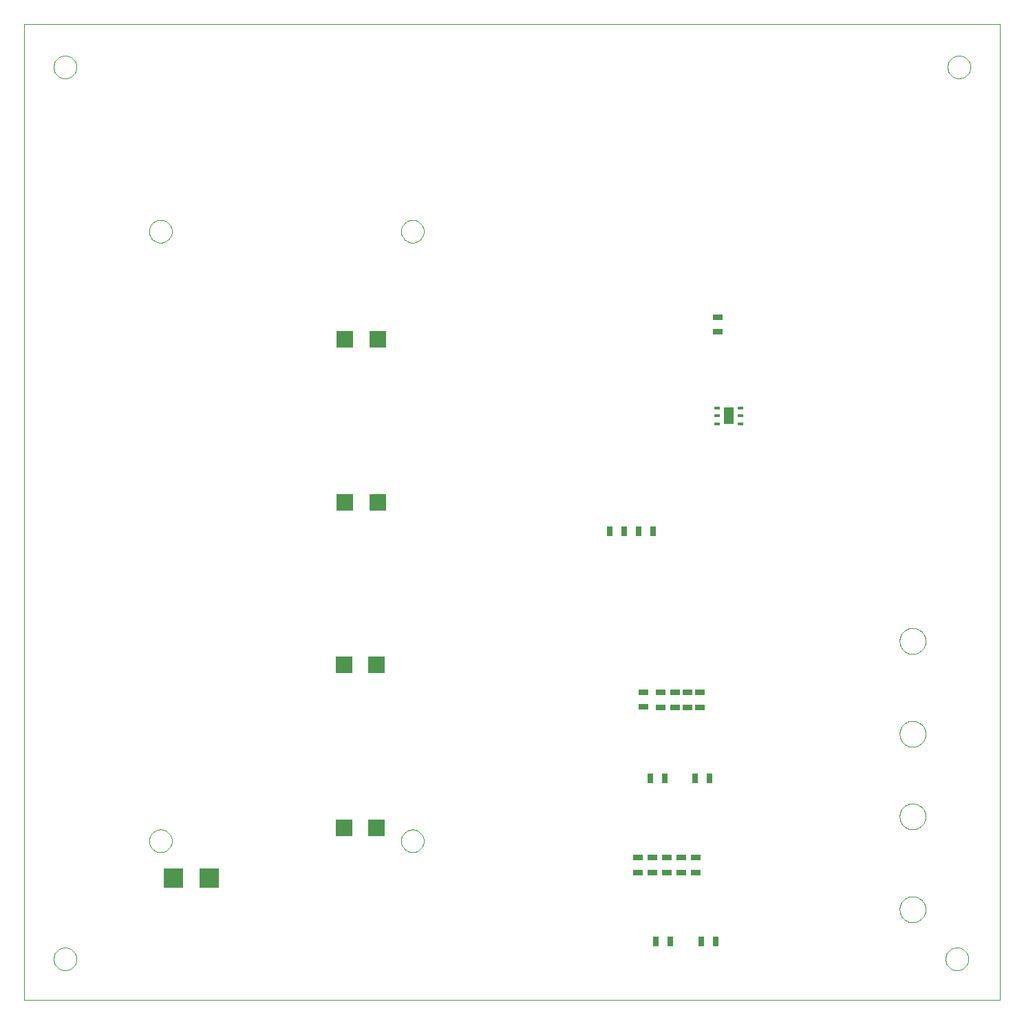
<source format=gbp>
G75*
G70*
%OFA0B0*%
%FSLAX24Y24*%
%IPPOS*%
%LPD*%
%AMOC8*
5,1,8,0,0,1.08239X$1,22.5*
%
%ADD10C,0.0000*%
%ADD11R,0.0315X0.0472*%
%ADD12R,0.0472X0.0827*%
%ADD13R,0.0315X0.0157*%
%ADD14R,0.0472X0.0315*%
%ADD15R,0.0787X0.0787*%
%ADD16R,0.0945X0.0945*%
D10*
X000110Y000170D02*
X000110Y047414D01*
X047354Y047414D01*
X047354Y000170D01*
X000110Y000170D01*
X001529Y002140D02*
X001531Y002187D01*
X001537Y002233D01*
X001547Y002279D01*
X001560Y002324D01*
X001578Y002367D01*
X001599Y002409D01*
X001623Y002449D01*
X001651Y002486D01*
X001682Y002521D01*
X001716Y002554D01*
X001752Y002583D01*
X001791Y002609D01*
X001832Y002632D01*
X001875Y002651D01*
X001919Y002667D01*
X001964Y002679D01*
X002010Y002687D01*
X002057Y002691D01*
X002103Y002691D01*
X002150Y002687D01*
X002196Y002679D01*
X002241Y002667D01*
X002285Y002651D01*
X002328Y002632D01*
X002369Y002609D01*
X002408Y002583D01*
X002444Y002554D01*
X002478Y002521D01*
X002509Y002486D01*
X002537Y002449D01*
X002561Y002409D01*
X002582Y002367D01*
X002600Y002324D01*
X002613Y002279D01*
X002623Y002233D01*
X002629Y002187D01*
X002631Y002140D01*
X002629Y002093D01*
X002623Y002047D01*
X002613Y002001D01*
X002600Y001956D01*
X002582Y001913D01*
X002561Y001871D01*
X002537Y001831D01*
X002509Y001794D01*
X002478Y001759D01*
X002444Y001726D01*
X002408Y001697D01*
X002369Y001671D01*
X002328Y001648D01*
X002285Y001629D01*
X002241Y001613D01*
X002196Y001601D01*
X002150Y001593D01*
X002103Y001589D01*
X002057Y001589D01*
X002010Y001593D01*
X001964Y001601D01*
X001919Y001613D01*
X001875Y001629D01*
X001832Y001648D01*
X001791Y001671D01*
X001752Y001697D01*
X001716Y001726D01*
X001682Y001759D01*
X001651Y001794D01*
X001623Y001831D01*
X001599Y001871D01*
X001578Y001913D01*
X001560Y001956D01*
X001547Y002001D01*
X001537Y002047D01*
X001531Y002093D01*
X001529Y002140D01*
X006154Y007857D02*
X006156Y007904D01*
X006162Y007950D01*
X006172Y007996D01*
X006185Y008041D01*
X006203Y008084D01*
X006224Y008126D01*
X006248Y008166D01*
X006276Y008203D01*
X006307Y008238D01*
X006341Y008271D01*
X006377Y008300D01*
X006416Y008326D01*
X006457Y008349D01*
X006500Y008368D01*
X006544Y008384D01*
X006589Y008396D01*
X006635Y008404D01*
X006682Y008408D01*
X006728Y008408D01*
X006775Y008404D01*
X006821Y008396D01*
X006866Y008384D01*
X006910Y008368D01*
X006953Y008349D01*
X006994Y008326D01*
X007033Y008300D01*
X007069Y008271D01*
X007103Y008238D01*
X007134Y008203D01*
X007162Y008166D01*
X007186Y008126D01*
X007207Y008084D01*
X007225Y008041D01*
X007238Y007996D01*
X007248Y007950D01*
X007254Y007904D01*
X007256Y007857D01*
X007254Y007810D01*
X007248Y007764D01*
X007238Y007718D01*
X007225Y007673D01*
X007207Y007630D01*
X007186Y007588D01*
X007162Y007548D01*
X007134Y007511D01*
X007103Y007476D01*
X007069Y007443D01*
X007033Y007414D01*
X006994Y007388D01*
X006953Y007365D01*
X006910Y007346D01*
X006866Y007330D01*
X006821Y007318D01*
X006775Y007310D01*
X006728Y007306D01*
X006682Y007306D01*
X006635Y007310D01*
X006589Y007318D01*
X006544Y007330D01*
X006500Y007346D01*
X006457Y007365D01*
X006416Y007388D01*
X006377Y007414D01*
X006341Y007443D01*
X006307Y007476D01*
X006276Y007511D01*
X006248Y007548D01*
X006224Y007588D01*
X006203Y007630D01*
X006185Y007673D01*
X006172Y007718D01*
X006162Y007764D01*
X006156Y007810D01*
X006154Y007857D01*
X018358Y007857D02*
X018360Y007904D01*
X018366Y007950D01*
X018376Y007996D01*
X018389Y008041D01*
X018407Y008084D01*
X018428Y008126D01*
X018452Y008166D01*
X018480Y008203D01*
X018511Y008238D01*
X018545Y008271D01*
X018581Y008300D01*
X018620Y008326D01*
X018661Y008349D01*
X018704Y008368D01*
X018748Y008384D01*
X018793Y008396D01*
X018839Y008404D01*
X018886Y008408D01*
X018932Y008408D01*
X018979Y008404D01*
X019025Y008396D01*
X019070Y008384D01*
X019114Y008368D01*
X019157Y008349D01*
X019198Y008326D01*
X019237Y008300D01*
X019273Y008271D01*
X019307Y008238D01*
X019338Y008203D01*
X019366Y008166D01*
X019390Y008126D01*
X019411Y008084D01*
X019429Y008041D01*
X019442Y007996D01*
X019452Y007950D01*
X019458Y007904D01*
X019460Y007857D01*
X019458Y007810D01*
X019452Y007764D01*
X019442Y007718D01*
X019429Y007673D01*
X019411Y007630D01*
X019390Y007588D01*
X019366Y007548D01*
X019338Y007511D01*
X019307Y007476D01*
X019273Y007443D01*
X019237Y007414D01*
X019198Y007388D01*
X019157Y007365D01*
X019114Y007346D01*
X019070Y007330D01*
X019025Y007318D01*
X018979Y007310D01*
X018932Y007306D01*
X018886Y007306D01*
X018839Y007310D01*
X018793Y007318D01*
X018748Y007330D01*
X018704Y007346D01*
X018661Y007365D01*
X018620Y007388D01*
X018581Y007414D01*
X018545Y007443D01*
X018511Y007476D01*
X018480Y007511D01*
X018452Y007548D01*
X018428Y007588D01*
X018407Y007630D01*
X018389Y007673D01*
X018376Y007718D01*
X018366Y007764D01*
X018360Y007810D01*
X018358Y007857D01*
X042505Y009039D02*
X042507Y009089D01*
X042513Y009139D01*
X042523Y009188D01*
X042537Y009236D01*
X042554Y009283D01*
X042575Y009328D01*
X042600Y009372D01*
X042628Y009413D01*
X042660Y009452D01*
X042694Y009489D01*
X042731Y009523D01*
X042771Y009553D01*
X042813Y009580D01*
X042857Y009604D01*
X042903Y009625D01*
X042950Y009641D01*
X042998Y009654D01*
X043048Y009663D01*
X043097Y009668D01*
X043148Y009669D01*
X043198Y009666D01*
X043247Y009659D01*
X043296Y009648D01*
X043344Y009633D01*
X043390Y009615D01*
X043435Y009593D01*
X043478Y009567D01*
X043519Y009538D01*
X043558Y009506D01*
X043594Y009471D01*
X043626Y009433D01*
X043656Y009393D01*
X043683Y009350D01*
X043706Y009306D01*
X043725Y009260D01*
X043741Y009212D01*
X043753Y009163D01*
X043761Y009114D01*
X043765Y009064D01*
X043765Y009014D01*
X043761Y008964D01*
X043753Y008915D01*
X043741Y008866D01*
X043725Y008818D01*
X043706Y008772D01*
X043683Y008728D01*
X043656Y008685D01*
X043626Y008645D01*
X043594Y008607D01*
X043558Y008572D01*
X043519Y008540D01*
X043478Y008511D01*
X043435Y008485D01*
X043390Y008463D01*
X043344Y008445D01*
X043296Y008430D01*
X043247Y008419D01*
X043198Y008412D01*
X043148Y008409D01*
X043097Y008410D01*
X043048Y008415D01*
X042998Y008424D01*
X042950Y008437D01*
X042903Y008453D01*
X042857Y008474D01*
X042813Y008498D01*
X042771Y008525D01*
X042731Y008555D01*
X042694Y008589D01*
X042660Y008626D01*
X042628Y008665D01*
X042600Y008706D01*
X042575Y008750D01*
X042554Y008795D01*
X042537Y008842D01*
X042523Y008890D01*
X042513Y008939D01*
X042507Y008989D01*
X042505Y009039D01*
X042505Y013039D02*
X042507Y013089D01*
X042513Y013139D01*
X042523Y013188D01*
X042537Y013236D01*
X042554Y013283D01*
X042575Y013328D01*
X042600Y013372D01*
X042628Y013413D01*
X042660Y013452D01*
X042694Y013489D01*
X042731Y013523D01*
X042771Y013553D01*
X042813Y013580D01*
X042857Y013604D01*
X042903Y013625D01*
X042950Y013641D01*
X042998Y013654D01*
X043048Y013663D01*
X043097Y013668D01*
X043148Y013669D01*
X043198Y013666D01*
X043247Y013659D01*
X043296Y013648D01*
X043344Y013633D01*
X043390Y013615D01*
X043435Y013593D01*
X043478Y013567D01*
X043519Y013538D01*
X043558Y013506D01*
X043594Y013471D01*
X043626Y013433D01*
X043656Y013393D01*
X043683Y013350D01*
X043706Y013306D01*
X043725Y013260D01*
X043741Y013212D01*
X043753Y013163D01*
X043761Y013114D01*
X043765Y013064D01*
X043765Y013014D01*
X043761Y012964D01*
X043753Y012915D01*
X043741Y012866D01*
X043725Y012818D01*
X043706Y012772D01*
X043683Y012728D01*
X043656Y012685D01*
X043626Y012645D01*
X043594Y012607D01*
X043558Y012572D01*
X043519Y012540D01*
X043478Y012511D01*
X043435Y012485D01*
X043390Y012463D01*
X043344Y012445D01*
X043296Y012430D01*
X043247Y012419D01*
X043198Y012412D01*
X043148Y012409D01*
X043097Y012410D01*
X043048Y012415D01*
X042998Y012424D01*
X042950Y012437D01*
X042903Y012453D01*
X042857Y012474D01*
X042813Y012498D01*
X042771Y012525D01*
X042731Y012555D01*
X042694Y012589D01*
X042660Y012626D01*
X042628Y012665D01*
X042600Y012706D01*
X042575Y012750D01*
X042554Y012795D01*
X042537Y012842D01*
X042523Y012890D01*
X042513Y012939D01*
X042507Y012989D01*
X042505Y013039D01*
X042505Y017539D02*
X042507Y017589D01*
X042513Y017639D01*
X042523Y017688D01*
X042537Y017736D01*
X042554Y017783D01*
X042575Y017828D01*
X042600Y017872D01*
X042628Y017913D01*
X042660Y017952D01*
X042694Y017989D01*
X042731Y018023D01*
X042771Y018053D01*
X042813Y018080D01*
X042857Y018104D01*
X042903Y018125D01*
X042950Y018141D01*
X042998Y018154D01*
X043048Y018163D01*
X043097Y018168D01*
X043148Y018169D01*
X043198Y018166D01*
X043247Y018159D01*
X043296Y018148D01*
X043344Y018133D01*
X043390Y018115D01*
X043435Y018093D01*
X043478Y018067D01*
X043519Y018038D01*
X043558Y018006D01*
X043594Y017971D01*
X043626Y017933D01*
X043656Y017893D01*
X043683Y017850D01*
X043706Y017806D01*
X043725Y017760D01*
X043741Y017712D01*
X043753Y017663D01*
X043761Y017614D01*
X043765Y017564D01*
X043765Y017514D01*
X043761Y017464D01*
X043753Y017415D01*
X043741Y017366D01*
X043725Y017318D01*
X043706Y017272D01*
X043683Y017228D01*
X043656Y017185D01*
X043626Y017145D01*
X043594Y017107D01*
X043558Y017072D01*
X043519Y017040D01*
X043478Y017011D01*
X043435Y016985D01*
X043390Y016963D01*
X043344Y016945D01*
X043296Y016930D01*
X043247Y016919D01*
X043198Y016912D01*
X043148Y016909D01*
X043097Y016910D01*
X043048Y016915D01*
X042998Y016924D01*
X042950Y016937D01*
X042903Y016953D01*
X042857Y016974D01*
X042813Y016998D01*
X042771Y017025D01*
X042731Y017055D01*
X042694Y017089D01*
X042660Y017126D01*
X042628Y017165D01*
X042600Y017206D01*
X042575Y017250D01*
X042554Y017295D01*
X042537Y017342D01*
X042523Y017390D01*
X042513Y017439D01*
X042507Y017489D01*
X042505Y017539D01*
X042505Y004539D02*
X042507Y004589D01*
X042513Y004639D01*
X042523Y004688D01*
X042537Y004736D01*
X042554Y004783D01*
X042575Y004828D01*
X042600Y004872D01*
X042628Y004913D01*
X042660Y004952D01*
X042694Y004989D01*
X042731Y005023D01*
X042771Y005053D01*
X042813Y005080D01*
X042857Y005104D01*
X042903Y005125D01*
X042950Y005141D01*
X042998Y005154D01*
X043048Y005163D01*
X043097Y005168D01*
X043148Y005169D01*
X043198Y005166D01*
X043247Y005159D01*
X043296Y005148D01*
X043344Y005133D01*
X043390Y005115D01*
X043435Y005093D01*
X043478Y005067D01*
X043519Y005038D01*
X043558Y005006D01*
X043594Y004971D01*
X043626Y004933D01*
X043656Y004893D01*
X043683Y004850D01*
X043706Y004806D01*
X043725Y004760D01*
X043741Y004712D01*
X043753Y004663D01*
X043761Y004614D01*
X043765Y004564D01*
X043765Y004514D01*
X043761Y004464D01*
X043753Y004415D01*
X043741Y004366D01*
X043725Y004318D01*
X043706Y004272D01*
X043683Y004228D01*
X043656Y004185D01*
X043626Y004145D01*
X043594Y004107D01*
X043558Y004072D01*
X043519Y004040D01*
X043478Y004011D01*
X043435Y003985D01*
X043390Y003963D01*
X043344Y003945D01*
X043296Y003930D01*
X043247Y003919D01*
X043198Y003912D01*
X043148Y003909D01*
X043097Y003910D01*
X043048Y003915D01*
X042998Y003924D01*
X042950Y003937D01*
X042903Y003953D01*
X042857Y003974D01*
X042813Y003998D01*
X042771Y004025D01*
X042731Y004055D01*
X042694Y004089D01*
X042660Y004126D01*
X042628Y004165D01*
X042600Y004206D01*
X042575Y004250D01*
X042554Y004295D01*
X042537Y004342D01*
X042523Y004390D01*
X042513Y004439D01*
X042507Y004489D01*
X042505Y004539D01*
X044729Y002140D02*
X044731Y002187D01*
X044737Y002233D01*
X044747Y002279D01*
X044760Y002324D01*
X044778Y002367D01*
X044799Y002409D01*
X044823Y002449D01*
X044851Y002486D01*
X044882Y002521D01*
X044916Y002554D01*
X044952Y002583D01*
X044991Y002609D01*
X045032Y002632D01*
X045075Y002651D01*
X045119Y002667D01*
X045164Y002679D01*
X045210Y002687D01*
X045257Y002691D01*
X045303Y002691D01*
X045350Y002687D01*
X045396Y002679D01*
X045441Y002667D01*
X045485Y002651D01*
X045528Y002632D01*
X045569Y002609D01*
X045608Y002583D01*
X045644Y002554D01*
X045678Y002521D01*
X045709Y002486D01*
X045737Y002449D01*
X045761Y002409D01*
X045782Y002367D01*
X045800Y002324D01*
X045813Y002279D01*
X045823Y002233D01*
X045829Y002187D01*
X045831Y002140D01*
X045829Y002093D01*
X045823Y002047D01*
X045813Y002001D01*
X045800Y001956D01*
X045782Y001913D01*
X045761Y001871D01*
X045737Y001831D01*
X045709Y001794D01*
X045678Y001759D01*
X045644Y001726D01*
X045608Y001697D01*
X045569Y001671D01*
X045528Y001648D01*
X045485Y001629D01*
X045441Y001613D01*
X045396Y001601D01*
X045350Y001593D01*
X045303Y001589D01*
X045257Y001589D01*
X045210Y001593D01*
X045164Y001601D01*
X045119Y001613D01*
X045075Y001629D01*
X045032Y001648D01*
X044991Y001671D01*
X044952Y001697D01*
X044916Y001726D01*
X044882Y001759D01*
X044851Y001794D01*
X044823Y001831D01*
X044799Y001871D01*
X044778Y001913D01*
X044760Y001956D01*
X044747Y002001D01*
X044737Y002047D01*
X044731Y002093D01*
X044729Y002140D01*
X018358Y037385D02*
X018360Y037432D01*
X018366Y037478D01*
X018376Y037524D01*
X018389Y037569D01*
X018407Y037612D01*
X018428Y037654D01*
X018452Y037694D01*
X018480Y037731D01*
X018511Y037766D01*
X018545Y037799D01*
X018581Y037828D01*
X018620Y037854D01*
X018661Y037877D01*
X018704Y037896D01*
X018748Y037912D01*
X018793Y037924D01*
X018839Y037932D01*
X018886Y037936D01*
X018932Y037936D01*
X018979Y037932D01*
X019025Y037924D01*
X019070Y037912D01*
X019114Y037896D01*
X019157Y037877D01*
X019198Y037854D01*
X019237Y037828D01*
X019273Y037799D01*
X019307Y037766D01*
X019338Y037731D01*
X019366Y037694D01*
X019390Y037654D01*
X019411Y037612D01*
X019429Y037569D01*
X019442Y037524D01*
X019452Y037478D01*
X019458Y037432D01*
X019460Y037385D01*
X019458Y037338D01*
X019452Y037292D01*
X019442Y037246D01*
X019429Y037201D01*
X019411Y037158D01*
X019390Y037116D01*
X019366Y037076D01*
X019338Y037039D01*
X019307Y037004D01*
X019273Y036971D01*
X019237Y036942D01*
X019198Y036916D01*
X019157Y036893D01*
X019114Y036874D01*
X019070Y036858D01*
X019025Y036846D01*
X018979Y036838D01*
X018932Y036834D01*
X018886Y036834D01*
X018839Y036838D01*
X018793Y036846D01*
X018748Y036858D01*
X018704Y036874D01*
X018661Y036893D01*
X018620Y036916D01*
X018581Y036942D01*
X018545Y036971D01*
X018511Y037004D01*
X018480Y037039D01*
X018452Y037076D01*
X018428Y037116D01*
X018407Y037158D01*
X018389Y037201D01*
X018376Y037246D01*
X018366Y037292D01*
X018360Y037338D01*
X018358Y037385D01*
X006154Y037385D02*
X006156Y037432D01*
X006162Y037478D01*
X006172Y037524D01*
X006185Y037569D01*
X006203Y037612D01*
X006224Y037654D01*
X006248Y037694D01*
X006276Y037731D01*
X006307Y037766D01*
X006341Y037799D01*
X006377Y037828D01*
X006416Y037854D01*
X006457Y037877D01*
X006500Y037896D01*
X006544Y037912D01*
X006589Y037924D01*
X006635Y037932D01*
X006682Y037936D01*
X006728Y037936D01*
X006775Y037932D01*
X006821Y037924D01*
X006866Y037912D01*
X006910Y037896D01*
X006953Y037877D01*
X006994Y037854D01*
X007033Y037828D01*
X007069Y037799D01*
X007103Y037766D01*
X007134Y037731D01*
X007162Y037694D01*
X007186Y037654D01*
X007207Y037612D01*
X007225Y037569D01*
X007238Y037524D01*
X007248Y037478D01*
X007254Y037432D01*
X007256Y037385D01*
X007254Y037338D01*
X007248Y037292D01*
X007238Y037246D01*
X007225Y037201D01*
X007207Y037158D01*
X007186Y037116D01*
X007162Y037076D01*
X007134Y037039D01*
X007103Y037004D01*
X007069Y036971D01*
X007033Y036942D01*
X006994Y036916D01*
X006953Y036893D01*
X006910Y036874D01*
X006866Y036858D01*
X006821Y036846D01*
X006775Y036838D01*
X006728Y036834D01*
X006682Y036834D01*
X006635Y036838D01*
X006589Y036846D01*
X006544Y036858D01*
X006500Y036874D01*
X006457Y036893D01*
X006416Y036916D01*
X006377Y036942D01*
X006341Y036971D01*
X006307Y037004D01*
X006276Y037039D01*
X006248Y037076D01*
X006224Y037116D01*
X006203Y037158D01*
X006185Y037201D01*
X006172Y037246D01*
X006162Y037292D01*
X006156Y037338D01*
X006154Y037385D01*
X001529Y045340D02*
X001531Y045387D01*
X001537Y045433D01*
X001547Y045479D01*
X001560Y045524D01*
X001578Y045567D01*
X001599Y045609D01*
X001623Y045649D01*
X001651Y045686D01*
X001682Y045721D01*
X001716Y045754D01*
X001752Y045783D01*
X001791Y045809D01*
X001832Y045832D01*
X001875Y045851D01*
X001919Y045867D01*
X001964Y045879D01*
X002010Y045887D01*
X002057Y045891D01*
X002103Y045891D01*
X002150Y045887D01*
X002196Y045879D01*
X002241Y045867D01*
X002285Y045851D01*
X002328Y045832D01*
X002369Y045809D01*
X002408Y045783D01*
X002444Y045754D01*
X002478Y045721D01*
X002509Y045686D01*
X002537Y045649D01*
X002561Y045609D01*
X002582Y045567D01*
X002600Y045524D01*
X002613Y045479D01*
X002623Y045433D01*
X002629Y045387D01*
X002631Y045340D01*
X002629Y045293D01*
X002623Y045247D01*
X002613Y045201D01*
X002600Y045156D01*
X002582Y045113D01*
X002561Y045071D01*
X002537Y045031D01*
X002509Y044994D01*
X002478Y044959D01*
X002444Y044926D01*
X002408Y044897D01*
X002369Y044871D01*
X002328Y044848D01*
X002285Y044829D01*
X002241Y044813D01*
X002196Y044801D01*
X002150Y044793D01*
X002103Y044789D01*
X002057Y044789D01*
X002010Y044793D01*
X001964Y044801D01*
X001919Y044813D01*
X001875Y044829D01*
X001832Y044848D01*
X001791Y044871D01*
X001752Y044897D01*
X001716Y044926D01*
X001682Y044959D01*
X001651Y044994D01*
X001623Y045031D01*
X001599Y045071D01*
X001578Y045113D01*
X001560Y045156D01*
X001547Y045201D01*
X001537Y045247D01*
X001531Y045293D01*
X001529Y045340D01*
X044829Y045340D02*
X044831Y045387D01*
X044837Y045433D01*
X044847Y045479D01*
X044860Y045524D01*
X044878Y045567D01*
X044899Y045609D01*
X044923Y045649D01*
X044951Y045686D01*
X044982Y045721D01*
X045016Y045754D01*
X045052Y045783D01*
X045091Y045809D01*
X045132Y045832D01*
X045175Y045851D01*
X045219Y045867D01*
X045264Y045879D01*
X045310Y045887D01*
X045357Y045891D01*
X045403Y045891D01*
X045450Y045887D01*
X045496Y045879D01*
X045541Y045867D01*
X045585Y045851D01*
X045628Y045832D01*
X045669Y045809D01*
X045708Y045783D01*
X045744Y045754D01*
X045778Y045721D01*
X045809Y045686D01*
X045837Y045649D01*
X045861Y045609D01*
X045882Y045567D01*
X045900Y045524D01*
X045913Y045479D01*
X045923Y045433D01*
X045929Y045387D01*
X045931Y045340D01*
X045929Y045293D01*
X045923Y045247D01*
X045913Y045201D01*
X045900Y045156D01*
X045882Y045113D01*
X045861Y045071D01*
X045837Y045031D01*
X045809Y044994D01*
X045778Y044959D01*
X045744Y044926D01*
X045708Y044897D01*
X045669Y044871D01*
X045628Y044848D01*
X045585Y044829D01*
X045541Y044813D01*
X045496Y044801D01*
X045450Y044793D01*
X045403Y044789D01*
X045357Y044789D01*
X045310Y044793D01*
X045264Y044801D01*
X045219Y044813D01*
X045175Y044829D01*
X045132Y044848D01*
X045091Y044871D01*
X045052Y044897D01*
X045016Y044926D01*
X044982Y044959D01*
X044951Y044994D01*
X044923Y045031D01*
X044899Y045071D01*
X044878Y045113D01*
X044860Y045156D01*
X044847Y045201D01*
X044837Y045247D01*
X044831Y045293D01*
X044829Y045340D01*
D11*
X030564Y022870D03*
X029856Y022870D03*
X029176Y022869D03*
X028468Y022869D03*
X030419Y010889D03*
X031128Y010889D03*
X032581Y010889D03*
X033290Y010889D03*
X033590Y002989D03*
X032881Y002989D03*
X031390Y002989D03*
X030681Y002989D03*
D12*
X034220Y028439D03*
D13*
X033649Y028439D03*
X033649Y028046D03*
X033649Y028833D03*
X034791Y028833D03*
X034791Y028439D03*
X034791Y028046D03*
D14*
X033710Y032516D03*
X033710Y033224D03*
X032835Y015044D03*
X032235Y015043D03*
X031635Y015043D03*
X031635Y014335D03*
X032235Y014334D03*
X032835Y014335D03*
X030935Y014335D03*
X030935Y015043D03*
X030105Y015054D03*
X030105Y014345D03*
X029835Y007043D03*
X029835Y006334D03*
X030535Y006335D03*
X031235Y006335D03*
X031925Y006334D03*
X031925Y007043D03*
X031235Y007043D03*
X030535Y007043D03*
X032625Y007043D03*
X032625Y006334D03*
D15*
X017178Y008493D03*
X015603Y008493D03*
X015603Y016393D03*
X017178Y016393D03*
X017217Y024247D03*
X015642Y024247D03*
X015642Y032147D03*
X017217Y032147D03*
D16*
X009076Y006070D03*
X007344Y006070D03*
M02*

</source>
